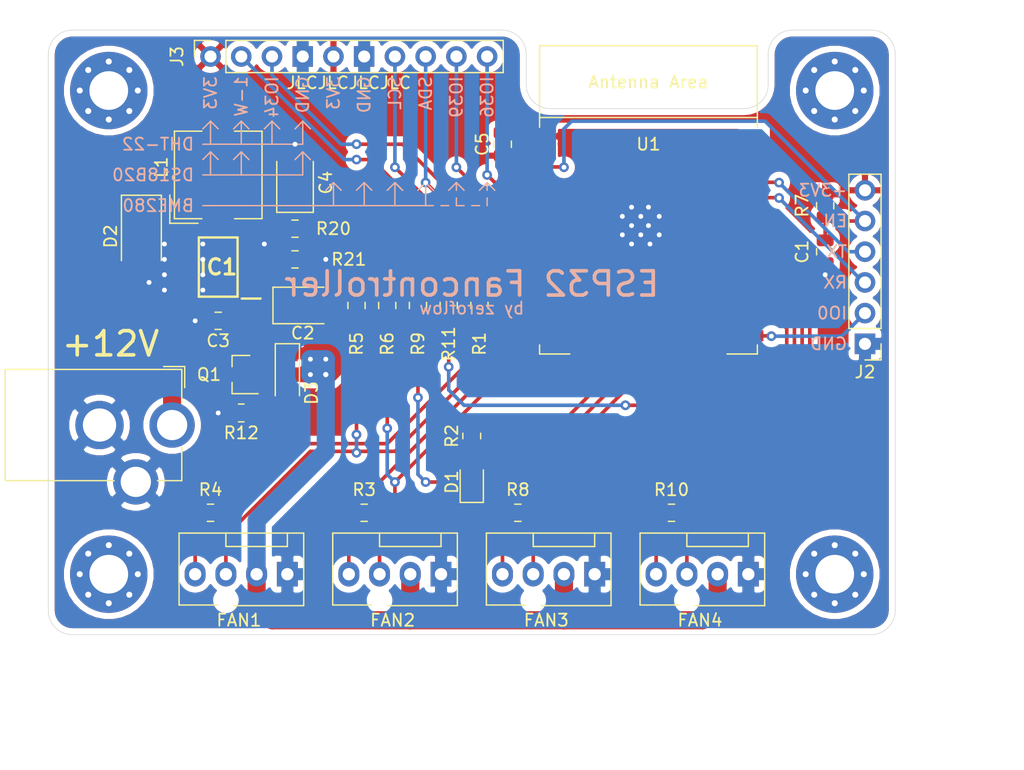
<source format=kicad_pcb>
(kicad_pcb (version 20171130) (host pcbnew "(5.1.9)-1")
  (layers (0 F.Cu signal) (31 B.Cu signal) (34 B.Paste user) (35 F.Paste user) (36 B.SilkS user) (37 F.SilkS user) (38 B.Mask user) (39 F.Mask user) (44 Edge.Cuts user))
  (net 0 "")
  (net 1 +12V)
  (net 2 GND)
  (net 3 +3V3)
  (net 4 "Net-(D1-Pad2)")
  (net 5 "/FAN 1/PWM_Ctrl")
  (net 6 "/ESP32 Core/EN")
  (net 7 "/ESP32 Core/TX")
  (net 8 "/ESP32 Core/RX")
  (net 9 "/ESP32 Core/IO0")
  (net 10 "/DC/DC Buck/FB")
  (net 11 "/DC/DC Buck/OUTPUT")
  (net 12 /SENSE1)
  (net 13 /SENSE2)
  (net 14 /SENSE3)
  (net 15 /SENSE4)
  (net 16 /LINK)
  (net 17 /PWM2)
  (net 18 /PWM1)
  (net 19 /PWM3)
  (net 20 /PWM4)
  (net 21 /OneWire)
  (net 22 /EXT2)
  (net 23 /EXT1)
  (net 24 /SDA)
  (net 25 /SCL)
  (net 26 /EXT3)
  (net 27 "Net-(D3-Pad2)")
  (net 28 /VIN)
  (net 29 /sheet619566BF/PWM_Ctrl)
  (net 30 /sheet61957927/PWM_Ctrl)
  (net 31 /sheet61958B6B/PWM_Ctrl)
  (net 32 "Net-(U1-Pad14)")
  (net 33 "Net-(U1-Pad17)")
  (net 34 "Net-(U1-Pad18)")
  (net 35 "Net-(U1-Pad19)")
  (net 36 "Net-(U1-Pad20)")
  (net 37 "Net-(U1-Pad21)")
  (net 38 "Net-(U1-Pad22)")
  (net 39 "Net-(U1-Pad23)")
  (net 40 "Net-(U1-Pad24)")
  (net 41 "Net-(U1-Pad27)")
  (net 42 "Net-(U1-Pad28)")
  (net 43 "Net-(U1-Pad29)")
  (net 44 "Net-(U1-Pad32)")
  (net 45 "/ESP32 Core/IO23")
  (net 46 "/ESP32 Core/I35")
  (module espressif:ESP32-WROOM-32E (layer F.Cu) (at 133.985 114.715)
    (fp_text reference U1 (at 0 -6.35) (layer F.SilkS))
    (fp_text value ESP32-WROOM-E)
    (fp_text user "Antenna Area" (at 0 -11.5) (layer F.SilkS))
    (pad 39 smd rect (at -2.205 -1.195 180) (size 1.05 1.05) (layers F.Cu F.Paste F.Mask) (net 2 GND))
    (pad 39 smd rect (at -0.68 -1.195 180) (size 1.05 1.05) (layers F.Cu F.Paste F.Mask) (net 2 GND))
    (pad 39 smd rect (at 0.845 -1.195 180) (size 1.05 1.05) (layers F.Cu F.Paste F.Mask) (net 2 GND))
    (pad 39 smd rect (at 0.845 1.855 180) (size 1.05 1.05) (layers F.Cu F.Paste F.Mask) (net 2 GND))
    (pad 39 smd rect (at -0.68 1.855 180) (size 1.05 1.05) (layers F.Cu F.Paste F.Mask) (net 2 GND))
    (pad 39 smd rect (at -2.205 1.855 180) (size 1.05 1.05) (layers F.Cu F.Paste F.Mask) (net 2 GND))
    (pad 39 smd rect (at -2.205 0.33 180) (size 1.05 1.05) (layers F.Cu F.Paste F.Mask) (net 2 GND))
    (pad 39 smd rect (at 0.845 0.33 180) (size 1.05 1.05) (layers F.Cu F.Paste F.Mask) (net 2 GND))
    (pad 39 smd rect (at -0.68 0.33 180) (size 1.05 1.05) (layers F.Cu F.Paste F.Mask) (net 2 GND))
    (pad 38 smd rect (at 8.75 -7.01 180) (size 1.5 0.9) (layers F.Cu F.Paste F.Mask) (net 2 GND))
    (pad 37 smd rect (at 8.75 -5.74 180) (size 1.5 0.9) (layers F.Cu F.Paste F.Mask) (net 45 "/ESP32 Core/IO23"))
    (pad 36 smd rect (at 8.75 -4.47 180) (size 1.5 0.9) (layers F.Cu F.Paste F.Mask) (net 16 /LINK))
    (pad 35 smd rect (at 8.75 -3.2 180) (size 1.5 0.9) (layers F.Cu F.Paste F.Mask) (net 7 "/ESP32 Core/TX"))
    (pad 34 smd rect (at 8.75 -1.93 180) (size 1.5 0.9) (layers F.Cu F.Paste F.Mask) (net 8 "/ESP32 Core/RX"))
    (pad 33 smd rect (at 8.75 -0.66 180) (size 1.5 0.9) (layers F.Cu F.Paste F.Mask) (net 15 /SENSE4))
    (pad 32 smd rect (at 8.75 0.61 180) (size 1.5 0.9) (layers F.Cu F.Paste F.Mask) (net 44 "Net-(U1-Pad32)"))
    (pad 31 smd rect (at 8.75 1.88 180) (size 1.5 0.9) (layers F.Cu F.Paste F.Mask) (net 20 /PWM4))
    (pad 30 smd rect (at 8.75 3.15 180) (size 1.5 0.9) (layers F.Cu F.Paste F.Mask) (net 14 /SENSE3))
    (pad 29 smd rect (at 8.75 4.42 180) (size 1.5 0.9) (layers F.Cu F.Paste F.Mask) (net 43 "Net-(U1-Pad29)"))
    (pad 28 smd rect (at 8.75 5.69 180) (size 1.5 0.9) (layers F.Cu F.Paste F.Mask) (net 42 "Net-(U1-Pad28)"))
    (pad 27 smd rect (at 8.75 6.96 180) (size 1.5 0.9) (layers F.Cu F.Paste F.Mask) (net 41 "Net-(U1-Pad27)"))
    (pad 26 smd rect (at 8.75 8.23 180) (size 1.5 0.9) (layers F.Cu F.Paste F.Mask) (net 19 /PWM3))
    (pad 25 smd rect (at 8.75 9.5 180) (size 1.5 0.9) (layers F.Cu F.Paste F.Mask) (net 9 "/ESP32 Core/IO0"))
    (pad 24 smd rect (at 5.71 10.75 90) (size 1.5 0.9) (layers F.Cu F.Paste F.Mask) (net 40 "Net-(U1-Pad24)"))
    (pad 23 smd rect (at 4.44 10.75 90) (size 1.5 0.9) (layers F.Cu F.Paste F.Mask) (net 39 "Net-(U1-Pad23)"))
    (pad 22 smd rect (at 3.17 10.75 90) (size 1.5 0.9) (layers F.Cu F.Paste F.Mask) (net 38 "Net-(U1-Pad22)"))
    (pad 21 smd rect (at 1.9 10.75 90) (size 1.5 0.9) (layers F.Cu F.Paste F.Mask) (net 37 "Net-(U1-Pad21)"))
    (pad 20 smd rect (at 0.63 10.75 90) (size 1.5 0.9) (layers F.Cu F.Paste F.Mask) (net 36 "Net-(U1-Pad20)"))
    (pad 19 smd rect (at -0.64 10.75 90) (size 1.5 0.9) (layers F.Cu F.Paste F.Mask) (net 35 "Net-(U1-Pad19)"))
    (pad 18 smd rect (at -1.91 10.75 90) (size 1.5 0.9) (layers F.Cu F.Paste F.Mask) (net 34 "Net-(U1-Pad18)"))
    (pad 17 smd rect (at -3.18 10.75 90) (size 1.5 0.9) (layers F.Cu F.Paste F.Mask) (net 33 "Net-(U1-Pad17)"))
    (pad 16 smd rect (at -4.45 10.75 90) (size 1.5 0.9) (layers F.Cu F.Paste F.Mask) (net 13 /SENSE2))
    (pad 15 smd rect (at -5.72 10.75 90) (size 1.5 0.9) (layers F.Cu F.Paste F.Mask) (net 2 GND))
    (pad 1 smd rect (at -8.75 -7.01) (size 1.5 0.9) (layers F.Cu F.Paste F.Mask) (net 2 GND))
    (pad 2 smd rect (at -8.75 -5.74) (size 1.5 0.9) (layers F.Cu F.Paste F.Mask) (net 3 +3V3))
    (pad 3 smd rect (at -8.75 -4.47) (size 1.5 0.9) (layers F.Cu F.Paste F.Mask) (net 6 "/ESP32 Core/EN"))
    (pad 4 smd rect (at -8.75 -3.2) (size 1.5 0.9) (layers F.Cu F.Paste F.Mask) (net 26 /EXT3))
    (pad 5 smd rect (at -8.75 -1.93) (size 1.5 0.9) (layers F.Cu F.Paste F.Mask) (net 22 /EXT2))
    (pad 6 smd rect (at -8.75 -0.66) (size 1.5 0.9) (layers F.Cu F.Paste F.Mask) (net 23 /EXT1))
    (pad 7 smd rect (at -8.75 0.61) (size 1.5 0.9) (layers F.Cu F.Paste F.Mask) (net 46 "/ESP32 Core/I35"))
    (pad 8 smd rect (at -8.75 1.88) (size 1.5 0.9) (layers F.Cu F.Paste F.Mask) (net 24 /SDA))
    (pad 9 smd rect (at -8.75 3.15) (size 1.5 0.9) (layers F.Cu F.Paste F.Mask) (net 25 /SCL))
    (pad 10 smd rect (at -8.75 4.42) (size 1.5 0.9) (layers F.Cu F.Paste F.Mask) (net 21 /OneWire))
    (pad 11 smd rect (at -8.75 5.69) (size 1.5 0.9) (layers F.Cu F.Paste F.Mask) (net 18 /PWM1))
    (pad 12 smd rect (at -8.75 6.96) (size 1.5 0.9) (layers F.Cu F.Paste F.Mask) (net 12 /SENSE1))
    (pad 13 smd rect (at -8.75 8.23) (size 1.5 0.9) (layers F.Cu F.Paste F.Mask) (net 17 /PWM2))
    (pad 14 smd rect (at -8.75 9.5) (size 1.5 0.9) (layers F.Cu F.Paste F.Mask) (net 32 "Net-(U1-Pad14)"))
  )
  (module Inductor_SMD:L_TDK_SLF7045 (layer F.Cu) (at 98.425 110.905 90)
    (fp_text reference L1 (at 0.635 -4.7 90) (layer F.SilkS))
    (fp_text value 33uH)
    (fp_text user "" (at -49 0.05 90) (layer F.SilkS) (effects (font (size 3 3))))
    (pad 2 smd roundrect (at 3.15 0 90) (size 1.5 2.2) (layers F.Cu F.Paste F.Mask) (net 3 +3V3))
    (pad 1 smd roundrect (at -3.15 0 90) (size 1.5 2.2) (layers F.Cu F.Paste F.Mask) (net 11 "/DC/DC Buck/OUTPUT"))
  )
  (module Capacitor_SMD:C_0805_2012Metric (layer F.Cu) (at 121.92 108.365 90)
    (fp_text reference C5 (at 0 -1.68 90) (layer F.SilkS))
    (fp_text value 1uF)
    (pad 2 smd roundrect (at 0.95 0 90) (size 1 1.45) (layers F.Cu F.Paste F.Mask) (net 2 GND))
    (pad 1 smd roundrect (at -0.95 0 90) (size 1 1.45) (layers F.Cu F.Paste F.Mask) (net 3 +3V3))
  )
  (module Capacitor_Tantalum_SMD:CP_EIA-3528-15_AVX-H (layer F.Cu) (at 104.775 111.54 90)
    (fp_text reference C4 (at 0 2.54 90) (layer F.SilkS))
    (fp_text value 330uF/6.3V)
    (pad 2 smd roundrect (at 1.5375 0 90) (size 1.325 2.35) (layers F.Cu F.Paste F.Mask) (roundrect_rratio 0.1886784905660377) (net 2 GND))
    (pad 1 smd roundrect (at -1.5375 0 90) (size 1.325 2.35) (layers F.Cu F.Paste F.Mask) (roundrect_rratio 0.1886784905660377) (net 3 +3V3))
  )
  (module Capacitor_Tantalum_SMD:CP_EIA-3528-15_AVX-H (layer F.Cu) (at 105.41 121.7)
    (fp_text reference C2 (at 0 2.286) (layer F.SilkS))
    (fp_text value 330uF/6.3V)
    (pad 2 smd roundrect (at 1.5375 0) (size 1.325 2.35) (layers F.Cu F.Paste F.Mask) (roundrect_rratio 0.1886784905660377) (net 2 GND))
    (pad 1 smd roundrect (at -1.5375 0) (size 1.325 2.35) (layers F.Cu F.Paste F.Mask) (roundrect_rratio 0.1886784905660377) (net 1 +12V))
  )
  (module Resistor_SMD:R_0805_2012Metric (layer F.Cu) (at 109.855 121.7 270)
    (fp_text reference R5 (at 3.175 0 90) (layer F.SilkS))
    (fp_text value 10k)
    (pad 2 smd roundrect (at 0.9375 0 270) (size 0.975 1.4) (layers F.Cu F.Paste F.Mask) (net 12 /SENSE1))
    (pad 1 smd roundrect (at -0.9375 0 270) (size 0.975 1.4) (layers F.Cu F.Paste F.Mask) (net 3 +3V3))
  )
  (module Resistor_SMD:R_0805_2012Metric (layer F.Cu) (at 100.33 130.59 180)
    (fp_text reference R12 (at 0 -1.65) (layer F.SilkS))
    (fp_text value 100R)
    (pad 2 smd roundrect (at 0.9125 0 180) (size 1.025 1.4) (layers F.Cu F.Paste F.Mask) (roundrect_rratio 0.2439014634146341) (net 2 GND))
    (pad 1 smd roundrect (at -0.9125 0 180) (size 1.025 1.4) (layers F.Cu F.Paste F.Mask) (roundrect_rratio 0.2439014634146341) (net 27 "Net-(D3-Pad2)"))
  )
  (module Package_TO_SOT_SMD:SOT-23 (layer F.Cu) (at 100.33 127.415 180)
    (fp_text reference Q1 (at 2.667 0) (layer F.SilkS))
    (fp_text value AO3401A)
    (pad 3 smd rect (at 1 0 180) (size 0.9 0.8) (layers F.Cu F.Paste F.Mask) (net 28 /VIN))
    (pad 2 smd rect (at -1 0.95 180) (size 0.9 0.8) (layers F.Cu F.Paste F.Mask) (net 1 +12V))
    (pad 1 smd rect (at -1 -0.95 180) (size 0.9 0.8) (layers F.Cu F.Paste F.Mask) (net 27 "Net-(D3-Pad2)"))
  )
  (module Diode_SMD:D_MiniMELF (layer F.Cu) (at 104.14 127.415 270)
    (fp_text reference D3 (at 1.524 -2 90) (layer F.SilkS))
    (fp_text value ZMM5V6)
    (pad 2 smd rect (at 1.75 0 270) (size 1.3 1.7) (layers F.Cu F.Paste F.Mask) (net 27 "Net-(D3-Pad2)"))
    (pad 1 smd rect (at -1.75 0 270) (size 1.3 1.7) (layers F.Cu F.Paste F.Mask) (net 1 +12V))
  )
  (module Connector_PinSocket_2.54mm:PinSocket_1x10_P2.54mm_Vertical (layer F.Cu) (at 97.79 101.11 90)
    (fp_text reference J3 (at 0 -2.77 90) (layer F.SilkS))
    (fp_text value Conn_01x10)
    (pad 10 thru_hole oval (at 0 22.86 90) (size 1.7 1.7) (drill 1) (layers *.Cu *.Mask) (net 26 /EXT3))
    (pad 9 thru_hole oval (at 0 20.32 90) (size 1.7 1.7) (drill 1) (layers *.Cu *.Mask) (net 22 /EXT2))
    (pad 8 thru_hole oval (at 0 17.78 90) (size 1.7 1.7) (drill 1) (layers *.Cu *.Mask) (net 24 /SDA))
    (pad 7 thru_hole oval (at 0 15.24 90) (size 1.7 1.7) (drill 1) (layers *.Cu *.Mask) (net 25 /SCL))
    (pad 6 thru_hole rect (at 0 12.7 90) (size 1.7 1.7) (drill 1) (layers *.Cu *.Mask) (net 2 GND))
    (pad 5 thru_hole oval (at 0 10.16 90) (size 1.7 1.7) (drill 1) (layers *.Cu *.Mask) (net 3 +3V3))
    (pad 4 thru_hole rect (at 0 7.62 90) (size 1.7 1.7) (drill 1) (layers *.Cu *.Mask) (net 2 GND))
    (pad 3 thru_hole oval (at 0 5.08 90) (size 1.7 1.7) (drill 1) (layers *.Cu *.Mask) (net 23 /EXT1))
    (pad 2 thru_hole oval (at 0 2.54 90) (size 1.7 1.7) (drill 1) (layers *.Cu *.Mask) (net 21 /OneWire))
    (pad 1 thru_hole circle (at 0 0 90) (size 1.7 1.7) (drill 1) (layers *.Cu *.Mask) (net 3 +3V3))
  )
  (module LED_SMD:LED_0805_2012Metric (layer F.Cu) (at 119.38 136.305 90)
    (fp_text reference D1 (at 0 -1.65 90) (layer F.SilkS))
    (fp_text value LED)
    (pad 2 smd roundrect (at 0.9375 0 90) (size 0.975 1.4) (layers F.Cu F.Paste F.Mask) (net 4 "Net-(D1-Pad2)"))
    (pad 1 smd roundrect (at -0.9375 0 90) (size 0.975 1.4) (layers F.Cu F.Paste F.Mask) (net 2 GND))
  )
  (module CSE:SOIC127P600X175-8N (layer F.Cu) (at 98.425 118.525 180)
    (fp_text reference IC1 (at 0 0) (layer F.SilkS) (effects (font (size 1.27 1.27) (thickness 0.254))))
    (fp_text value XL1509-ADJE1 hide)
    (pad 8 smd rect (at 2.725 -1.905 270) (size 0.7 1.55) (layers F.Cu F.Paste F.Mask) (net 2 GND))
    (pad 7 smd rect (at 2.725 -0.635 270) (size 0.7 1.55) (layers F.Cu F.Paste F.Mask) (net 2 GND))
    (pad 6 smd rect (at 2.725 0.635 270) (size 0.7 1.55) (layers F.Cu F.Paste F.Mask) (net 2 GND))
    (pad 5 smd rect (at 2.725 1.905 270) (size 0.7 1.55) (layers F.Cu F.Paste F.Mask) (net 2 GND))
    (pad 4 smd rect (at -2.725 1.905 270) (size 0.7 1.55) (layers F.Cu F.Paste F.Mask) (net 2 GND))
    (pad 3 smd rect (at -2.725 0.635 270) (size 0.7 1.55) (layers F.Cu F.Paste F.Mask) (net 10 "/DC/DC Buck/FB"))
    (pad 2 smd rect (at -2.725 -0.635 270) (size 0.7 1.55) (layers F.Cu F.Paste F.Mask) (net 11 "/DC/DC Buck/OUTPUT"))
    (pad 1 smd rect (at -2.725 -1.905 270) (size 0.7 1.55) (layers F.Cu F.Paste F.Mask) (net 1 +12V))
  )
  (module Resistor_SMD:R_0805_2012Metric (layer F.Cu) (at 104.775 117.89)
    (fp_text reference R21 (at 4.445 0) (layer F.SilkS))
    (fp_text value 1k6)
    (pad 2 smd roundrect (at 0.9375 0) (size 0.975 1.4) (layers F.Cu F.Paste F.Mask) (net 2 GND))
    (pad 1 smd roundrect (at -0.9375 0) (size 0.975 1.4) (layers F.Cu F.Paste F.Mask) (net 10 "/DC/DC Buck/FB"))
  )
  (module Resistor_SMD:R_0805_2012Metric (layer F.Cu) (at 104.775 115.35)
    (fp_text reference R20 (at 3.175 0) (layer F.SilkS))
    (fp_text value 2k7)
    (pad 2 smd roundrect (at 0.9375 0) (size 0.975 1.4) (layers F.Cu F.Paste F.Mask) (net 10 "/DC/DC Buck/FB"))
    (pad 1 smd roundrect (at -0.9375 0) (size 0.975 1.4) (layers F.Cu F.Paste F.Mask) (net 3 +3V3))
  )
  (module Diode_SMD:D_SMA (layer F.Cu) (at 92.075 115.985 270)
    (fp_text reference D2 (at 0 2.54 90) (layer F.SilkS))
    (fp_text value 1N5820/SS34)
    (pad 2 smd rect (at 2 0 270) (size 2.5 1.8) (layers F.Cu F.Paste F.Mask) (net 2 GND))
    (pad 1 smd rect (at -2 0 270) (size 2.5 1.8) (layers F.Cu F.Paste F.Mask) (net 11 "/DC/DC Buck/OUTPUT"))
  )
  (module Capacitor_SMD:C_0805_2012Metric (layer F.Cu) (at 98.425 122.97 180)
    (fp_text reference C3 (at 0 -1.65) (layer F.SilkS))
    (fp_text value 1uF)
    (pad 2 smd roundrect (at 0.9375 0 180) (size 0.975 1.4) (layers F.Cu F.Paste F.Mask) (net 2 GND))
    (pad 1 smd roundrect (at -0.9375 0 180) (size 0.975 1.4) (layers F.Cu F.Paste F.Mask) (net 1 +12V))
  )
  (module Resistor_SMD:R_0805_2012Metric (layer F.Cu) (at 117.475 121.7 270)
    (fp_text reference R11 (at 3.175 0 90) (layer F.SilkS))
    (fp_text value 10k)
    (pad 2 smd roundrect (at 0.9375 0 270) (size 0.975 1.4) (layers F.Cu F.Paste F.Mask) (net 15 /SENSE4))
    (pad 1 smd roundrect (at -0.9375 0 270) (size 0.975 1.4) (layers F.Cu F.Paste F.Mask) (net 3 +3V3))
  )
  (module Resistor_SMD:R_0805_2012Metric (layer F.Cu) (at 135.89 138.845 180)
    (fp_text reference R10 (at 0 1.905) (layer F.SilkS))
    (fp_text value 100R)
    (pad 2 smd roundrect (at 0.9375 0 180) (size 0.975 1.4) (layers F.Cu F.Paste F.Mask) (net 31 /sheet61958B6B/PWM_Ctrl))
    (pad 1 smd roundrect (at -0.9375 0 180) (size 0.975 1.4) (layers F.Cu F.Paste F.Mask) (net 20 /PWM4))
  )
  (module Resistor_SMD:R_0805_2012Metric (layer F.Cu) (at 114.935 121.7 270)
    (fp_text reference R9 (at 3.175 0 90) (layer F.SilkS))
    (fp_text value 10k)
    (pad 2 smd roundrect (at 0.9375 0 270) (size 0.975 1.4) (layers F.Cu F.Paste F.Mask) (net 14 /SENSE3))
    (pad 1 smd roundrect (at -0.9375 0 270) (size 0.975 1.4) (layers F.Cu F.Paste F.Mask) (net 3 +3V3))
  )
  (module Resistor_SMD:R_0805_2012Metric (layer F.Cu) (at 123.19 138.845 180)
    (fp_text reference R8 (at 0 1.905) (layer F.SilkS))
    (fp_text value 100R)
    (pad 2 smd roundrect (at 0.9375 0 180) (size 0.975 1.4) (layers F.Cu F.Paste F.Mask) (net 30 /sheet61957927/PWM_Ctrl))
    (pad 1 smd roundrect (at -0.9375 0 180) (size 0.975 1.4) (layers F.Cu F.Paste F.Mask) (net 19 /PWM3))
  )
  (module Connector:FanPinHeader_1x04_P2.54mm_Vertical (layer F.Cu) (at 142.24 143.925 180)
    (fp_text reference FAN4 (at 4 -3.81) (layer F.SilkS))
    (fp_text value Conn_01x04)
    (pad "" np_thru_hole circle (at 5.08 -2.16 270) (size 1.1 1.1) (drill 1.1) (layers *.Cu *.Mask))
    (pad 4 thru_hole oval (at 7.62 0 270) (size 2.03 1.73) (drill 1.02) (layers *.Cu *.Mask) (net 31 /sheet61958B6B/PWM_Ctrl))
    (pad 3 thru_hole oval (at 5.08 0 270) (size 2.03 1.73) (drill 1.02) (layers *.Cu *.Mask) (net 15 /SENSE4))
    (pad 2 thru_hole oval (at 2.54 0 270) (size 2.03 1.73) (drill 1.02) (layers *.Cu *.Mask) (net 1 +12V))
    (pad 1 thru_hole rect (at 0 0 270) (size 2.03 1.73) (drill 1.02) (layers *.Cu *.Mask) (net 2 GND))
  )
  (module Connector:FanPinHeader_1x04_P2.54mm_Vertical (layer F.Cu) (at 129.54 143.925 180)
    (fp_text reference FAN3 (at 4 -3.81) (layer F.SilkS))
    (fp_text value Conn_01x04)
    (pad "" np_thru_hole circle (at 5.08 -2.16 270) (size 1.1 1.1) (drill 1.1) (layers *.Cu *.Mask))
    (pad 4 thru_hole oval (at 7.62 0 270) (size 2.03 1.73) (drill 1.02) (layers *.Cu *.Mask) (net 30 /sheet61957927/PWM_Ctrl))
    (pad 3 thru_hole oval (at 5.08 0 270) (size 2.03 1.73) (drill 1.02) (layers *.Cu *.Mask) (net 14 /SENSE3))
    (pad 2 thru_hole oval (at 2.54 0 270) (size 2.03 1.73) (drill 1.02) (layers *.Cu *.Mask) (net 1 +12V))
    (pad 1 thru_hole rect (at 0 0 270) (size 2.03 1.73) (drill 1.02) (layers *.Cu *.Mask) (net 2 GND))
  )
  (module Connector:FanPinHeader_1x04_P2.54mm_Vertical (layer F.Cu) (at 116.84 143.925 180)
    (fp_text reference FAN2 (at 4 -3.81) (layer F.SilkS))
    (fp_text value Conn_01x04)
    (pad "" np_thru_hole circle (at 5.08 -2.16 270) (size 1.1 1.1) (drill 1.1) (layers *.Cu *.Mask))
    (pad 4 thru_hole oval (at 7.62 0 270) (size 2.03 1.73) (drill 1.02) (layers *.Cu *.Mask) (net 29 /sheet619566BF/PWM_Ctrl))
    (pad 3 thru_hole oval (at 5.08 0 270) (size 2.03 1.73) (drill 1.02) (layers *.Cu *.Mask) (net 13 /SENSE2))
    (pad 2 thru_hole oval (at 2.54 0 270) (size 2.03 1.73) (drill 1.02) (layers *.Cu *.Mask) (net 1 +12V))
    (pad 1 thru_hole rect (at 0 0 270) (size 2.03 1.73) (drill 1.02) (layers *.Cu *.Mask) (net 2 GND))
  )
  (module Resistor_SMD:R_0805_2012Metric (layer F.Cu) (at 148.59 113.445 270)
    (fp_text reference R7 (at 0 1.905 90) (layer F.SilkS))
    (fp_text value 10k)
    (pad 2 smd roundrect (at 0.9375 0 270) (size 0.975 1.4) (layers F.Cu F.Paste F.Mask) (net 6 "/ESP32 Core/EN"))
    (pad 1 smd roundrect (at -0.9375 0 270) (size 0.975 1.4) (layers F.Cu F.Paste F.Mask) (net 3 +3V3))
  )
  (module Resistor_SMD:R_0805_2012Metric (layer F.Cu) (at 112.395 121.7 270)
    (fp_text reference R6 (at 3.175 0 90) (layer F.SilkS))
    (fp_text value 10k)
    (pad 2 smd roundrect (at 0.9375 0 270) (size 0.975 1.4) (layers F.Cu F.Paste F.Mask) (net 13 /SENSE2))
    (pad 1 smd roundrect (at -0.9375 0 270) (size 0.975 1.4) (layers F.Cu F.Paste F.Mask) (net 3 +3V3))
  )
  (module Resistor_SMD:R_0805_2012Metric (layer F.Cu) (at 97.79 138.845 180)
    (fp_text reference R4 (at 0 1.905) (layer F.SilkS))
    (fp_text value 100R)
    (pad 2 smd roundrect (at 0.9375 0 180) (size 0.975 1.4) (layers F.Cu F.Paste F.Mask) (net 5 "/FAN 1/PWM_Ctrl"))
    (pad 1 smd roundrect (at -0.9375 0 180) (size 0.975 1.4) (layers F.Cu F.Paste F.Mask) (net 18 /PWM1))
  )
  (module Resistor_SMD:R_0805_2012Metric (layer F.Cu) (at 110.49 138.845 180)
    (fp_text reference R3 (at 0 1.905) (layer F.SilkS))
    (fp_text value 100R)
    (pad 2 smd roundrect (at 0.9375 0 180) (size 0.975 1.4) (layers F.Cu F.Paste F.Mask) (net 29 /sheet619566BF/PWM_Ctrl))
    (pad 1 smd roundrect (at -0.9375 0 180) (size 0.975 1.4) (layers F.Cu F.Paste F.Mask) (net 17 /PWM2))
  )
  (module Resistor_SMD:R_0805_2012Metric (layer F.Cu) (at 120.015 121.7 270)
    (fp_text reference R1 (at 3.175 0 90) (layer F.SilkS))
    (fp_text value 4k7)
    (pad 2 smd roundrect (at 0.9375 0 270) (size 0.975 1.4) (layers F.Cu F.Paste F.Mask) (net 21 /OneWire))
    (pad 1 smd roundrect (at -0.9375 0 270) (size 0.975 1.4) (layers F.Cu F.Paste F.Mask) (net 3 +3V3))
  )
  (module Connector_PinHeader_2.54mm:PinHeader_1x06_P2.54mm_Vertical (layer F.Cu) (at 151.88 124.875 180)
    (fp_text reference J2 (at 0 -2.33) (layer F.SilkS))
    (fp_text value Conn_01x06)
    (pad 6 thru_hole oval (at 0 12.7 180) (size 1.7 1.7) (drill 1) (layers *.Cu *.Mask) (net 3 +3V3))
    (pad 5 thru_hole oval (at 0 10.16 180) (size 1.7 1.7) (drill 1) (layers *.Cu *.Mask) (net 6 "/ESP32 Core/EN"))
    (pad 4 thru_hole oval (at 0 7.62 180) (size 1.7 1.7) (drill 1) (layers *.Cu *.Mask) (net 7 "/ESP32 Core/TX"))
    (pad 3 thru_hole oval (at 0 5.08 180) (size 1.7 1.7) (drill 1) (layers *.Cu *.Mask) (net 8 "/ESP32 Core/RX"))
    (pad 2 thru_hole oval (at 0 2.54 180) (size 1.7 1.7) (drill 1) (layers *.Cu *.Mask) (net 9 "/ESP32 Core/IO0"))
    (pad 1 thru_hole rect (at 0 0 180) (size 1.7 1.7) (drill 1) (layers *.Cu *.Mask) (net 2 GND))
  )
  (module Connector:FanPinHeader_1x04_P2.54mm_Vertical (layer F.Cu) (at 104.14 143.925 180)
    (fp_text reference FAN1 (at 4 -3.81) (layer F.SilkS))
    (fp_text value Conn_01x04)
    (pad "" np_thru_hole circle (at 5.08 -2.16 270) (size 1.1 1.1) (drill 1.1) (layers *.Cu *.Mask))
    (pad 4 thru_hole oval (at 7.62 0 270) (size 2.03 1.73) (drill 1.02) (layers *.Cu *.Mask) (net 5 "/FAN 1/PWM_Ctrl"))
    (pad 3 thru_hole oval (at 5.08 0 270) (size 2.03 1.73) (drill 1.02) (layers *.Cu *.Mask) (net 12 /SENSE1))
    (pad 2 thru_hole oval (at 2.54 0 270) (size 2.03 1.73) (drill 1.02) (layers *.Cu *.Mask) (net 1 +12V))
    (pad 1 thru_hole rect (at 0 0 270) (size 2.03 1.73) (drill 1.02) (layers *.Cu *.Mask) (net 2 GND))
  )
  (module Capacitor_SMD:C_0805_2012Metric (layer F.Cu) (at 148.59 117.255 270)
    (fp_text reference C1 (at 0 1.905 90) (layer F.SilkS))
    (fp_text value 1uF/10V)
    (pad 2 smd roundrect (at 0.9375 0 270) (size 0.975 1.4) (layers F.Cu F.Paste F.Mask) (net 2 GND))
    (pad 1 smd roundrect (at -0.9375 0 270) (size 0.975 1.4) (layers F.Cu F.Paste F.Mask) (net 6 "/ESP32 Core/EN"))
  )
  (module MountingHole:MountingHole_3.2mm_M3_Pad_Via (layer F.Cu) (at 89.38 143.925)
    (fp_text reference H4 hide)
    (fp_text value MountingHole)
    (pad 1 thru_hole circle (at 1.697056 -1.697056) (size 0.8 0.8) (drill 0.5) (layers *.Cu *.Mask))
    (pad 1 thru_hole circle (at 0 -2.4) (size 0.8 0.8) (drill 0.5) (layers *.Cu *.Mask))
    (pad 1 thru_hole circle (at -1.697056 -1.697056) (size 0.8 0.8) (drill 0.5) (layers *.Cu *.Mask))
    (pad 1 thru_hole circle (at -2.4 0) (size 0.8 0.8) (drill 0.5) (layers *.Cu *.Mask))
    (pad 1 thru_hole circle (at -1.697056 1.697056) (size 0.8 0.8) (drill 0.5) (layers *.Cu *.Mask))
    (pad 1 thru_hole circle (at 0 2.4) (size 0.8 0.8) (drill 0.5) (layers *.Cu *.Mask))
    (pad 1 thru_hole circle (at 1.697056 1.697056) (size 0.8 0.8) (drill 0.5) (layers *.Cu *.Mask))
    (pad 1 thru_hole circle (at 2.4 0) (size 0.8 0.8) (drill 0.5) (layers *.Cu *.Mask))
    (pad 1 thru_hole circle (at 0 0) (size 6.4 6.4) (drill 3.2) (layers *.Cu *.Mask))
  )
  (module MountingHole:MountingHole_3.2mm_M3_Pad_Via (layer F.Cu) (at 149.38 143.925)
    (fp_text reference H3 hide)
    (fp_text value MountingHole)
    (pad 1 thru_hole circle (at 1.697056 -1.697056) (size 0.8 0.8) (drill 0.5) (layers *.Cu *.Mask))
    (pad 1 thru_hole circle (at 0 -2.4) (size 0.8 0.8) (drill 0.5) (layers *.Cu *.Mask))
    (pad 1 thru_hole circle (at -1.697056 -1.697056) (size 0.8 0.8) (drill 0.5) (layers *.Cu *.Mask))
    (pad 1 thru_hole circle (at -2.4 0) (size 0.8 0.8) (drill 0.5) (layers *.Cu *.Mask))
    (pad 1 thru_hole circle (at -1.697056 1.697056) (size 0.8 0.8) (drill 0.5) (layers *.Cu *.Mask))
    (pad 1 thru_hole circle (at 0 2.4) (size 0.8 0.8) (drill 0.5) (layers *.Cu *.Mask))
    (pad 1 thru_hole circle (at 1.697056 1.697056) (size 0.8 0.8) (drill 0.5) (layers *.Cu *.Mask))
    (pad 1 thru_hole circle (at 2.4 0) (size 0.8 0.8) (drill 0.5) (layers *.Cu *.Mask))
    (pad 1 thru_hole circle (at 0 0) (size 6.4 6.4) (drill 3.2) (layers *.Cu *.Mask))
  )
  (module MountingHole:MountingHole_3.2mm_M3_Pad_Via (layer F.Cu) (at 149.38 103.925)
    (fp_text reference H2 hide)
    (fp_text value MountingHole)
    (pad 1 thru_hole circle (at 1.697056 -1.697056) (size 0.8 0.8) (drill 0.5) (layers *.Cu *.Mask))
    (pad 1 thru_hole circle (at 0 -2.4) (size 0.8 0.8) (drill 0.5) (layers *.Cu *.Mask))
    (pad 1 thru_hole circle (at -1.697056 -1.697056) (size 0.8 0.8) (drill 0.5) (layers *.Cu *.Mask))
    (pad 1 thru_hole circle (at -2.4 0) (size 0.8 0.8) (drill 0.5) (layers *.Cu *.Mask))
    (pad 1 thru_hole circle (at -1.697056 1.697056) (size 0.8 0.8) (drill 0.5) (layers *.Cu *.Mask))
    (pad 1 thru_hole circle (at 0 2.4) (size 0.8 0.8) (drill 0.5) (layers *.Cu *.Mask))
    (pad 1 thru_hole circle (at 1.697056 1.697056) (size 0.8 0.8) (drill 0.5) (layers *.Cu *.Mask))
    (pad 1 thru_hole circle (at 2.4 0) (size 0.8 0.8) (drill 0.5) (layers *.Cu *.Mask))
    (pad 1 thru_hole circle (at 0 0) (size 6.4 6.4) (drill 3.2) (layers *.Cu *.Mask))
  )
  (module MountingHole:MountingHole_3.2mm_M3_Pad_Via (layer F.Cu) (at 89.38 103.925)
    (fp_text reference H1 hide)
    (fp_text value MountingHole)
    (pad 1 thru_hole circle (at 1.697056 -1.697056) (size 0.8 0.8) (drill 0.5) (layers *.Cu *.Mask))
    (pad 1 thru_hole circle (at 0 -2.4) (size 0.8 0.8) (drill 0.5) (layers *.Cu *.Mask))
    (pad 1 thru_hole circle (at -1.697056 -1.697056) (size 0.8 0.8) (drill 0.5) (layers *.Cu *.Mask))
    (pad 1 thru_hole circle (at -2.4 0) (size 0.8 0.8) (drill 0.5) (layers *.Cu *.Mask))
    (pad 1 thru_hole circle (at -1.697056 1.697056) (size 0.8 0.8) (drill 0.5) (layers *.Cu *.Mask))
    (pad 1 thru_hole circle (at 0 2.4) (size 0.8 0.8) (drill 0.5) (layers *.Cu *.Mask))
    (pad 1 thru_hole circle (at 1.697056 1.697056) (size 0.8 0.8) (drill 0.5) (layers *.Cu *.Mask))
    (pad 1 thru_hole circle (at 2.4 0) (size 0.8 0.8) (drill 0.5) (layers *.Cu *.Mask))
    (pad 1 thru_hole circle (at 0 0) (size 6.4 6.4) (drill 3.2) (layers *.Cu *.Mask))
  )
  (module Connector_BarrelJack:BarrelJack_CUI_PJ-102AH_Horizontal (layer F.Cu) (at 94.615 131.59 270)
    (fp_text reference J1 hide)
    (fp_text value Conn_01x02_Female)
    (pad 2 thru_hole circle (at 4.7 3 270) (size 3.75 3.75) (drill 2.5) (layers *.Cu *.Mask) (net 2 GND))
    (pad 2 thru_hole circle (at 0 6 270) (size 4 4) (drill 2.75) (layers *.Cu *.Mask) (net 2 GND))
    (pad 1 thru_hole circle (at 0 0 270) (size 3.75 3.75) (drill 2.5) (layers *.Cu *.Mask) (net 28 /VIN))
  )
  (module Resistor_SMD:R_0805_2012Metric (layer F.Cu) (at 119.38 132.495 270)
    (fp_text reference R2 (at 0 1.651 90) (layer F.SilkS))
    (fp_text value 1k)
    (pad 2 smd roundrect (at 0.9125 0 270) (size 1.025 1.4) (layers F.Cu F.Paste F.Mask) (roundrect_rratio 0.2439004878048781) (net 4 "Net-(D1-Pad2)"))
    (pad 1 smd roundrect (at -0.9125 0 270) (size 1.025 1.4) (layers F.Cu F.Paste F.Mask) (roundrect_rratio 0.2439004878048781) (net 16 /LINK))
  )
  (gr_text "by zeroflow" (at 119.38 121.925) (layer B.SilkS) (effects (font (size 1 1)) (justify mirror)))
  (gr_text "ESP32 Fancontroller" (at 119.38 119.925) (layer B.SilkS) (effects (font (size 2 2) (thickness 0.3)) (justify mirror)))
  (gr_text JLCJLCJLCJLC (at 109.22 103.285) (layer F.SilkS) (effects (font (size 1 1))))
  (gr_text +12V (at 89.535 124.875) (layer F.SilkS) (effects (font (size 2 2) (thickness 0.3))))
  (gr_text GND (at 150.495 124.875) (layer B.SilkS) (effects (font (size 1 1)) (justify left mirror)))
  (gr_text IO0 (at 150.495 122.335) (layer B.SilkS) (effects (font (size 1 1)) (justify left mirror)))
  (gr_text RX (at 150.495 119.795) (layer B.SilkS) (effects (font (size 1 1)) (justify left mirror)))
  (gr_text TX (at 150.495 117.255) (layer B.SilkS) (effects (font (size 1 1)) (justify left mirror)))
  (gr_text EN (at 150.495 114.715) (layer B.SilkS) (effects (font (size 1 1)) (justify left mirror)))
  (gr_text +3V3 (at 150.495 112.175) (layer B.SilkS) (effects (font (size 1 1)) (justify left mirror)))
  (gr_line (start 118.11 112.81) (end 118.11 113.445) (layer B.SilkS) (width 0.12))
  (gr_line (start 118.11 111.54) (end 118.745 112.175) (layer B.SilkS) (width 0.12))
  (gr_line (start 118.11 111.54) (end 117.475 112.175) (layer B.SilkS) (width 0.12))
  (gr_line (start 118.11 112.175) (end 118.11 111.54) (layer B.SilkS) (width 0.12))
  (gr_line (start 119.38 113.445) (end 120.015 113.445) (layer B.SilkS) (width 0.12))
  (gr_line (start 118.11 113.445) (end 118.745 113.445) (layer B.SilkS) (width 0.12))
  (gr_line (start 120.65 111.54) (end 120.015 112.175) (layer B.SilkS) (width 0.12))
  (gr_line (start 121.285 112.175) (end 120.65 111.54) (layer B.SilkS) (width 0.12))
  (gr_line (start 120.65 112.175) (end 120.65 111.54) (layer B.SilkS) (width 0.12))
  (gr_line (start 120.65 113.445) (end 120.65 112.81) (layer B.SilkS) (width 0.12))
  (gr_line (start 116.84 113.445) (end 117.475 113.445) (layer B.SilkS) (width 0.12))
  (gr_line (start 115.57 113.445) (end 116.205 113.445) (layer B.SilkS) (width 0.12))
  (gr_line (start 115.57 111.54) (end 116.205 112.175) (layer B.SilkS) (width 0.12))
  (gr_line (start 115.57 111.54) (end 114.935 112.175) (layer B.SilkS) (width 0.12))
  (gr_line (start 115.57 113.445) (end 115.57 111.54) (layer B.SilkS) (width 0.12))
  (gr_line (start 113.03 113.445) (end 115.57 113.445) (layer B.SilkS) (width 0.12))
  (gr_line (start 112.395 112.175) (end 113.03 111.54) (layer B.SilkS) (width 0.12))
  (gr_line (start 113.665 112.175) (end 113.03 111.54) (layer B.SilkS) (width 0.12))
  (gr_line (start 113.03 111.54) (end 113.665 112.175) (layer B.SilkS) (width 0.12))
  (gr_line (start 113.03 113.445) (end 113.03 111.54) (layer B.SilkS) (width 0.12))
  (gr_line (start 110.49 113.445) (end 113.03 113.445) (layer B.SilkS) (width 0.12))
  (gr_line (start 110.49 111.54) (end 111.125 112.175) (layer B.SilkS) (width 0.12))
  (gr_line (start 110.49 111.54) (end 109.855 112.175) (layer B.SilkS) (width 0.12))
  (gr_line (start 110.49 113.445) (end 110.49 111.54) (layer B.SilkS) (width 0.12))
  (gr_line (start 107.95 113.445) (end 110.49 113.445) (layer B.SilkS) (width 0.12))
  (gr_line (start 107.95 111.54) (end 108.585 112.175) (layer B.SilkS) (width 0.12))
  (gr_line (start 107.95 111.54) (end 107.315 112.175) (layer B.SilkS) (width 0.12))
  (gr_line (start 107.95 113.445) (end 107.95 111.54) (layer B.SilkS) (width 0.12))
  (gr_line (start 100.33 113.445) (end 107.95 113.445) (layer B.SilkS) (width 0.12))
  (gr_line (start 97.79 113.445) (end 100.33 113.445) (layer B.SilkS) (width 0.12))
  (gr_line (start 97.79 113.445) (end 97.155 113.445) (layer B.SilkS) (width 0.12))
  (gr_text BME280 (at 96.52 113.445) (layer B.SilkS) (effects (font (size 1 1)) (justify left mirror)))
  (gr_line (start 97.79 110.905) (end 97.155 110.905) (layer B.SilkS) (width 0.12))
  (gr_line (start 97.79 108.365) (end 97.155 108.365) (layer B.SilkS) (width 0.12))
  (gr_line (start 97.155 109.635) (end 97.79 109) (layer B.SilkS) (width 0.12))
  (gr_line (start 98.425 109.635) (end 97.79 109) (layer B.SilkS) (width 0.12))
  (gr_line (start 99.695 109.635) (end 100.33 109) (layer B.SilkS) (width 0.12))
  (gr_line (start 100.965 109.635) (end 100.33 109) (layer B.SilkS) (width 0.12))
  (gr_line (start 104.775 109.635) (end 105.41 109) (layer B.SilkS) (width 0.12))
  (gr_line (start 106.045 109.635) (end 105.41 109) (layer B.SilkS) (width 0.12))
  (gr_line (start 97.155 107.095) (end 97.79 106.46) (layer B.SilkS) (width 0.12))
  (gr_line (start 98.425 107.095) (end 97.79 106.46) (layer B.SilkS) (width 0.12))
  (gr_line (start 99.695 107.095) (end 100.33 106.46) (layer B.SilkS) (width 0.12))
  (gr_line (start 100.965 107.095) (end 100.33 106.46) (layer B.SilkS) (width 0.12))
  (gr_line (start 102.235 107.095) (end 102.87 106.46) (layer B.SilkS) (width 0.12))
  (gr_line (start 103.505 107.095) (end 102.87 106.46) (layer B.SilkS) (width 0.12))
  (gr_line (start 104.775 107.095) (end 105.41 106.46) (layer B.SilkS) (width 0.12))
  (gr_line (start 106.045 107.095) (end 105.41 106.46) (layer B.SilkS) (width 0.12))
  (gr_text DS18B20 (at 96.52 110.905) (layer B.SilkS) (effects (font (size 1 1)) (justify left mirror)))
  (gr_line (start 105.41 110.905) (end 105.41 109) (layer B.SilkS) (width 0.12))
  (gr_line (start 100.33 110.905) (end 105.41 110.905) (layer B.SilkS) (width 0.12))
  (gr_line (start 100.33 110.905) (end 100.33 109) (layer B.SilkS) (width 0.12))
  (gr_line (start 97.79 110.905) (end 100.33 110.905) (layer B.SilkS) (width 0.12))
  (gr_line (start 97.79 109) (end 97.79 110.905) (layer B.SilkS) (width 0.12))
  (gr_text DHT-22 (at 96.52 108.365) (layer B.SilkS) (effects (font (size 1 1)) (justify left mirror)))
  (gr_line (start 97.79 108.365) (end 97.79 106.46) (layer B.SilkS) (width 0.12))
  (gr_line (start 100.33 108.365) (end 97.79 108.365) (layer B.SilkS) (width 0.12))
  (gr_line (start 100.33 108.365) (end 100.33 106.46) (layer B.SilkS) (width 0.12))
  (gr_line (start 102.87 108.365) (end 100.33 108.365) (layer B.SilkS) (width 0.12))
  (gr_line (start 102.87 108.365) (end 102.87 106.46) (layer B.SilkS) (width 0.12))
  (gr_line (start 105.41 108.365) (end 102.87 108.365) (layer B.SilkS) (width 0.12))
  (gr_line (start 105.41 106.46) (end 105.41 108.365) (layer B.SilkS) (width 0.12))
  (gr_text IO36 (at 120.65 102.65 90) (layer B.SilkS) (effects (font (size 1 1)) (justify left mirror)))
  (gr_text IO39 (at 118.11 102.65 90) (layer B.SilkS) (effects (font (size 1 1)) (justify left mirror)))
  (gr_text IO34 (at 102.87 102.65 90) (layer B.SilkS) (effects (font (size 1 1)) (justify left mirror)))
  (gr_text SDA (at 115.57 102.65 90) (layer B.SilkS) (effects (font (size 1 1)) (justify left mirror)))
  (gr_text SCL (at 113.03 102.65 90) (layer B.SilkS) (effects (font (size 1 1)) (justify left mirror)))
  (gr_text GND (at 110.49 102.65 90) (layer B.SilkS) (effects (font (size 1 1)) (justify left mirror)))
  (gr_text 3V3 (at 107.95 102.65 90) (layer B.SilkS) (effects (font (size 1 1)) (justify left mirror)))
  (gr_text GND (at 105.41 102.65 90) (layer B.SilkS) (effects (font (size 1 1)) (justify left mirror)))
  (gr_text 1-W (at 100.33 102.65 90) (layer B.SilkS) (effects (font (size 1 1)) (justify left mirror)))
  (gr_text 3V3 (at 97.79 102.65 90) (layer B.SilkS) (effects (font (size 1 1)) (justify left mirror)))
  (gr_line (start 121.88 98.925) (end 86.38 98.925) (layer Edge.Cuts) (width 0.05))
  (gr_line (start 123.88 103.425) (end 123.88 100.925) (layer Edge.Cuts) (width 0.05))
  (gr_line (start 141.88 105.425) (end 125.88 105.425) (layer Edge.Cuts) (width 0.05))
  (gr_line (start 143.88 100.925) (end 143.88 103.425) (layer Edge.Cuts) (width 0.05))
  (gr_line (start 145.88 98.925) (end 152.38 98.925) (layer Edge.Cuts) (width 0.05))
  (gr_arc (start 141.88 103.425) (end 141.88 105.425) (angle -90) (layer Edge.Cuts) (width 0.05))
  (gr_arc (start 125.88 103.425) (end 123.88 103.425) (angle -90) (layer Edge.Cuts) (width 0.05))
  (gr_arc (start 145.88 100.925) (end 145.88 98.925) (angle -90) (layer Edge.Cuts) (width 0.05))
  (gr_arc (start 121.88 100.925) (end 123.88 100.925) (angle -90) (layer Edge.Cuts) (width 0.05))
  (gr_arc (start 86.38 100.925) (end 86.38 98.925) (angle -90) (layer Edge.Cuts) (width 0.05))
  (gr_arc (start 86.38 146.925) (end 84.38 146.925) (angle -90) (layer Edge.Cuts) (width 0.05))
  (gr_arc (start 152.38 146.925) (end 152.38 148.925) (angle -90) (layer Edge.Cuts) (width 0.05))
  (gr_arc (start 152.38 100.925) (end 154.38 100.925) (angle -90) (layer Edge.Cuts) (width 0.05))
  (gr_line (start 84.38 100.925) (end 84.38 146.925) (layer Edge.Cuts) (width 0.05))
  (gr_line (start 154.38 146.925) (end 154.38 100.925) (layer Edge.Cuts) (width 0.05))
  (gr_line (start 86.38 148.925) (end 152.38 148.925) (layer Edge.Cuts) (width 0.05))
  (segment (start 114.3 143.79) (end 114.3 143.155) (width 0.25) (layer F.Cu) (net 1))
  (segment (start 101.6 143.925) (end 101.6 139.48) (width 1.5) (layer B.Cu) (net 1))
  (segment (start 101.6 139.48) (end 107.315 133.765) (width 1.5) (layer B.Cu) (net 1))
  (segment (start 107.315 133.765) (end 107.315 127.415) (width 1.5) (layer B.Cu) (net 1))
  (via (at 107.315 127.415) (size 0.8) (drill 0.4) (layers F.Cu B.Cu) (net 1))
  (segment (start 107.315 127.415) (end 107.315 127.415) (width 1.5) (layer B.Cu) (net 1))
  (segment (start 107.315 127.415) (end 107.315 127.415) (width 1.5) (layer B.Cu) (net 1))
  (via (at 107.315 127.415) (size 0.8) (drill 0.4) (layers F.Cu B.Cu) (net 1))
  (segment (start 107.315 127.415) (end 107.315 127.415) (width 1.5) (layer B.Cu) (net 1))
  (via (at 107.315 127.415) (size 0.8) (drill 0.4) (layers F.Cu B.Cu) (net 1))
  (via (at 107.315 127.415) (size 0.8) (drill 0.4) (layers F.Cu B.Cu) (net 1))
  (segment (start 107.315 127.415) (end 107.315 127.415) (width 1.5) (layer B.Cu) (net 1))
  (via (at 107.315 127.415) (size 0.8) (drill 0.4) (layers F.Cu B.Cu) (net 1))
  (segment (start 107.315 127.415) (end 107.315 127.415) (width 1.5) (layer B.Cu) (net 1))
  (via (at 107.315 127.415) (size 0.8) (drill 0.4) (layers F.Cu B.Cu) (net 1))
  (segment (start 107.315 127.415) (end 107.315 126.145) (width 1.5) (layer B.Cu) (net 1))
  (segment (start 107.315 126.145) (end 106.045 126.145) (width 1.5) (layer B.Cu) (net 1))
  (segment (start 107.315 127.415) (end 106.045 127.415) (width 1.5) (layer B.Cu) (net 1))
  (segment (start 106.045 127.415) (end 106.045 126.145) (width 1.5) (layer B.Cu) (net 1))
  (segment (start 106.045 126.145) (end 106.045 126.145) (width 1.5) (layer B.Cu) (net 1))
  (via (at 106.045 126.145) (size 0.8) (drill 0.4) (layers F.Cu B.Cu) (net 1))
  (segment (start 107.315 126.145) (end 107.315 126.145) (width 1.5) (layer B.Cu) (net 1))
  (via (at 107.315 126.145) (size 0.8) (drill 0.4) (layers F.Cu B.Cu) (net 1))
  (segment (start 106.045 127.415) (end 106.045 127.415) (width 1.5) (layer B.Cu) (net 1))
  (via (at 106.045 127.415) (size 0.8) (drill 0.4) (layers F.Cu B.Cu) (net 1))
  (segment (start 139.7 146.465) (end 139.7 143.925) (width 1.5) (layer F.Cu) (net 1))
  (segment (start 138.43 147.735) (end 139.7 146.465) (width 1.5) (layer F.Cu) (net 1))
  (segment (start 101.6 146.44) (end 102.895 147.735) (width 1.5) (layer F.Cu) (net 1))
  (segment (start 101.6 143.925) (end 101.6 146.44) (width 1.5) (layer F.Cu) (net 1))
  (segment (start 114.3 143.925) (end 114.3 147.735) (width 1.5) (layer F.Cu) (net 1))
  (segment (start 102.895 147.735) (end 114.3 147.735) (width 1.5) (layer F.Cu) (net 1))
  (segment (start 127 143.925) (end 127 147.735) (width 1.5) (layer F.Cu) (net 1))
  (segment (start 127 147.735) (end 138.43 147.735) (width 1.5) (layer F.Cu) (net 1))
  (segment (start 114.3 147.735) (end 127 147.735) (width 1.5) (layer F.Cu) (net 1))
  (via (at 102.235 116.62) (size 0.8) (drill 0.4) (layers F.Cu B.Cu) (net 2))
  (segment (start 101.15 116.62) (end 102.235 116.62) (width 0.3) (layer F.Cu) (net 2))
  (via (at 97.155 116.62) (size 0.8) (drill 0.4) (layers F.Cu B.Cu) (net 2))
  (segment (start 95.7 116.62) (end 97.155 116.62) (width 0.5) (layer F.Cu) (net 2))
  (via (at 97.155 117.89) (size 0.8) (drill 0.4) (layers F.Cu B.Cu) (net 2))
  (segment (start 95.7 117.89) (end 97.155 117.89) (width 0.5) (layer F.Cu) (net 2))
  (via (at 97.155 119.16) (size 0.8) (drill 0.4) (layers F.Cu B.Cu) (net 2))
  (segment (start 95.7 119.16) (end 97.155 119.16) (width 0.5) (layer F.Cu) (net 2))
  (via (at 97.155 120.43) (size 0.8) (drill 0.4) (layers F.Cu B.Cu) (net 2))
  (segment (start 95.7 120.43) (end 97.155 120.43) (width 0.5) (layer F.Cu) (net 2))
  (via (at 96.52 122.97) (size 0.8) (drill 0.4) (layers F.Cu B.Cu) (net 2))
  (segment (start 97.4875 122.97) (end 96.52 122.97) (width 0.5) (layer F.Cu) (net 2))
  (via (at 93.98 116.62) (size 0.8) (drill 0.4) (layers F.Cu B.Cu) (net 2))
  (via (at 93.98 117.89) (size 0.8) (drill 0.4) (layers F.Cu B.Cu) (net 2))
  (via (at 93.98 119.16) (size 0.8) (drill 0.4) (layers F.Cu B.Cu) (net 2))
  (via (at 92.71 119.795) (size 0.8) (drill 0.4) (layers F.Cu B.Cu) (net 2))
  (via (at 93.98 120.43) (size 0.8) (drill 0.4) (layers F.Cu B.Cu) (net 2))
  (via (at 98.425 130.59) (size 0.8) (drill 0.4) (layers F.Cu B.Cu) (net 2))
  (segment (start 99.4175 130.59) (end 98.425 130.59) (width 0.5) (layer F.Cu) (net 2))
  (via (at 104.775 108.365) (size 0.8) (drill 0.4) (layers F.Cu B.Cu) (net 2))
  (segment (start 104.775 110.0025) (end 104.775 108.365) (width 0.5) (layer F.Cu) (net 2))
  (via (at 107.315 117.89) (size 0.8) (drill 0.4) (layers F.Cu B.Cu) (net 2))
  (segment (start 106.9475 118.2575) (end 107.315 117.89) (width 0.3) (layer F.Cu) (net 2))
  (segment (start 106.9475 121.7) (end 106.9475 118.2575) (width 0.3) (layer F.Cu) (net 2))
  (segment (start 105.7125 117.89) (end 107.315 117.89) (width 0.3) (layer F.Cu) (net 2))
  (segment (start 119.38 137.2425) (end 119.38 138.845) (width 0.3) (layer F.Cu) (net 2))
  (segment (start 116.84 141.385) (end 116.84 143.925) (width 0.3) (layer F.Cu) (net 2))
  (segment (start 119.38 138.845) (end 116.84 141.385) (width 0.3) (layer F.Cu) (net 2))
  (segment (start 148.59 118.1925) (end 148.59 119.16) (width 0.3) (layer F.Cu) (net 2))
  (via (at 148.59 119.16) (size 0.8) (drill 0.4) (layers F.Cu B.Cu) (net 2))
  (segment (start 123.85 107.705) (end 125.235 107.705) (width 0.5) (layer F.Cu) (net 2))
  (segment (start 123.56 107.415) (end 123.85 107.705) (width 0.5) (layer F.Cu) (net 2))
  (segment (start 121.92 107.415) (end 123.56 107.415) (width 0.5) (layer F.Cu) (net 2))
  (via (at 132.588 113.572) (size 0.8) (drill 0.4) (layers F.Cu B.Cu) (net 2))
  (via (at 133.985 113.572) (size 0.8) (drill 0.4) (layers F.Cu B.Cu) (net 2))
  (via (at 133.985 115.096) (size 0.8) (drill 0.4) (layers F.Cu B.Cu) (net 2))
  (via (at 132.588 115.096) (size 0.8) (drill 0.4) (layers F.Cu B.Cu) (net 2))
  (via (at 132.588 116.62) (size 0.8) (drill 0.4) (layers F.Cu B.Cu) (net 2))
  (via (at 134.112 116.62) (size 0.8) (drill 0.4) (layers F.Cu B.Cu) (net 2))
  (via (at 131.826 114.334) (size 0.8) (drill 0.4) (layers F.Cu B.Cu) (net 2))
  (via (at 131.826 115.858) (size 0.8) (drill 0.4) (layers F.Cu B.Cu) (net 2))
  (via (at 133.35 115.858) (size 0.8) (drill 0.4) (layers F.Cu B.Cu) (net 2))
  (via (at 134.874 115.858) (size 0.8) (drill 0.4) (layers F.Cu B.Cu) (net 2))
  (via (at 134.874 114.334) (size 0.8) (drill 0.4) (layers F.Cu B.Cu) (net 2))
  (via (at 133.35 114.334) (size 0.8) (drill 0.4) (layers F.Cu B.Cu) (net 2))
  (segment (start 103.8375 115.35) (end 104.775 114.4125) (width 0.3) (layer F.Cu) (net 3))
  (segment (start 104.775 114.4125) (end 104.775 113.0775) (width 0.3) (layer F.Cu) (net 3))
  (segment (start 125.235 108.975) (end 123.85 108.975) (width 0.5) (layer F.Cu) (net 3))
  (segment (start 123.51 109.315) (end 123.85 108.975) (width 0.5) (layer F.Cu) (net 3))
  (segment (start 121.92 109.315) (end 123.51 109.315) (width 0.5) (layer F.Cu) (net 3))
  (segment (start 119.38 135.3675) (end 119.38 133.4075) (width 0.3) (layer F.Cu) (net 4))
  (segment (start 96.8525 138.845) (end 96.8525 140.4175) (width 0.3) (layer F.Cu) (net 5))
  (segment (start 96.52 140.75) (end 96.52 143.925) (width 0.3) (layer F.Cu) (net 5))
  (segment (start 96.8525 140.4175) (end 96.52 140.75) (width 0.3) (layer F.Cu) (net 5))
  (segment (start 148.59 116.3175) (end 148.59 114.3825) (width 0.3) (layer F.Cu) (net 6))
  (segment (start 148.9225 114.715) (end 148.59 114.3825) (width 0.3) (layer F.Cu) (net 6))
  (segment (start 148.59 114.3825) (end 150.1625 114.3825) (width 0.3) (layer F.Cu) (net 6))
  (segment (start 150.495 114.715) (end 151.88 114.715) (width 0.3) (layer F.Cu) (net 6))
  (segment (start 150.1625 114.3825) (end 150.495 114.715) (width 0.3) (layer F.Cu) (net 6))
  (via (at 127 110.27) (size 0.8) (drill 0.4) (layers F.Cu B.Cu) (net 6))
  (segment (start 126.975 110.245) (end 127 110.27) (width 0.3) (layer F.Cu) (net 6))
  (segment (start 125.235 110.245) (end 126.975 110.245) (width 0.3) (layer F.Cu) (net 6))
  (segment (start 143.625 106.46) (end 151.88 114.715) (width 0.3) (layer B.Cu) (net 6))
  (segment (start 127.635 106.46) (end 143.625 106.46) (width 0.3) (layer B.Cu) (net 6))
  (segment (start 127 107.095) (end 127.635 106.46) (width 0.3) (layer B.Cu) (net 6))
  (segment (start 127 110.27) (end 127 107.095) (width 0.3) (layer B.Cu) (net 6))
  (via (at 144.78 111.54) (size 0.8) (drill 0.4) (layers F.Cu B.Cu) (net 7))
  (segment (start 144.755 111.515) (end 144.78 111.54) (width 0.3) (layer F.Cu) (net 7))
  (segment (start 142.735 111.515) (end 144.755 111.515) (width 0.3) (layer F.Cu) (net 7))
  (segment (start 150.495 117.255) (end 151.88 117.255) (width 0.3) (layer B.Cu) (net 7))
  (segment (start 144.78 111.54) (end 150.495 117.255) (width 0.3) (layer B.Cu) (net 7))
  (via (at 144.78 112.81) (size 0.8) (drill 0.4) (layers F.Cu B.Cu) (net 8))
  (segment (start 144.755 112.785) (end 144.78 112.81) (width 0.3) (layer F.Cu) (net 8))
  (segment (start 142.735 112.785) (end 144.755 112.785) (width 0.3) (layer F.Cu) (net 8))
  (segment (start 151.765 119.795) (end 151.88 119.795) (width 0.3) (layer B.Cu) (net 8))
  (segment (start 144.78 112.81) (end 151.765 119.795) (width 0.3) (layer B.Cu) (net 8))
  (segment (start 144.12 124.215) (end 144.145 124.24) (width 0.3) (layer F.Cu) (net 9))
  (via (at 144.145 124.24) (size 0.8) (drill 0.4) (layers F.Cu B.Cu) (net 9))
  (segment (start 142.735 124.215) (end 144.12 124.215) (width 0.3) (layer F.Cu) (net 9))
  (segment (start 149.975 124.24) (end 151.88 122.335) (width 0.3) (layer B.Cu) (net 9))
  (segment (start 144.145 124.24) (end 149.975 124.24) (width 0.3) (layer B.Cu) (net 9))
  (segment (start 103.8375 117.89) (end 103.8375 116.9225) (width 0.3) (layer F.Cu) (net 10))
  (segment (start 103.8375 116.9225) (end 104.14 116.62) (width 0.3) (layer F.Cu) (net 10))
  (segment (start 105.7125 115.35) (end 105.7125 116.3175) (width 0.3) (layer F.Cu) (net 10))
  (segment (start 105.41 116.62) (end 104.14 116.62) (width 0.3) (layer F.Cu) (net 10))
  (segment (start 105.7125 116.3175) (end 105.41 116.62) (width 0.3) (layer F.Cu) (net 10))
  (segment (start 103.8375 117.89) (end 101.15 117.89) (width 0.3) (layer F.Cu) (net 10))
  (segment (start 99.06 143.925) (end 99.06 140.75) (width 0.3) (layer F.Cu) (net 12))
  (segment (start 99.06 140.75) (end 106.045 133.765) (width 0.3) (layer F.Cu) (net 12))
  (segment (start 106.045 133.765) (end 112.46712 133.765) (width 0.3) (layer F.Cu) (net 12))
  (segment (start 112.46712 133.765) (end 113.03 133.765) (width 0.3) (layer F.Cu) (net 12))
  (segment (start 113.03 133.765) (end 122.555 124.24) (width 0.3) (layer F.Cu) (net 12))
  (via (at 109.855 132.38) (size 0.8) (drill 0.4) (layers F.Cu B.Cu) (net 12))
  (segment (start 109.855 122.6375) (end 109.855 132.38) (width 0.3) (layer F.Cu) (net 12))
  (via (at 109.855 133.88) (size 0.8) (drill 0.4) (layers F.Cu B.Cu) (net 12))
  (segment (start 109.855 132.38) (end 109.855 133.88) (width 0.3) (layer B.Cu) (net 12))
  (segment (start 125.235 121.675) (end 123.215 121.675) (width 0.3) (layer F.Cu) (net 12))
  (segment (start 123.215 121.675) (end 122.555 122.335) (width 0.3) (layer F.Cu) (net 12))
  (segment (start 122.555 122.335) (end 122.555 124.24) (width 0.3) (layer F.Cu) (net 12))
  (segment (start 113.03 139.48) (end 111.76 140.75) (width 0.3) (layer F.Cu) (net 13))
  (segment (start 113.03 136.305) (end 113.03 139.48) (width 0.3) (layer F.Cu) (net 13))
  (segment (start 121.92 127.415) (end 113.03 136.305) (width 0.3) (layer F.Cu) (net 13))
  (segment (start 128.905 127.415) (end 121.92 127.415) (width 0.3) (layer F.Cu) (net 13))
  (segment (start 111.76 140.75) (end 111.76 143.925) (width 0.3) (layer F.Cu) (net 13))
  (via (at 112.395 131.86) (size 0.8) (drill 0.4) (layers F.Cu B.Cu) (net 13))
  (segment (start 112.395 122.6375) (end 112.395 131.86) (width 0.3) (layer F.Cu) (net 13))
  (via (at 113.03 136.305) (size 0.8) (drill 0.4) (layers F.Cu B.Cu) (net 13))
  (segment (start 112.395 135.67) (end 113.03 136.305) (width 0.3) (layer B.Cu) (net 13))
  (segment (start 112.395 131.86) (end 112.395 135.67) (width 0.3) (layer B.Cu) (net 13))
  (segment (start 129.535 126.785) (end 128.905 127.415) (width 0.3) (layer F.Cu) (net 13))
  (segment (start 129.535 125.465) (end 129.535 126.775) (width 0.3) (layer F.Cu) (net 13))
  (segment (start 124.46 142.02) (end 124.46 143.925) (width 0.3) (layer F.Cu) (net 14))
  (via (at 114.935 129.32) (size 0.8) (drill 0.4) (layers F.Cu B.Cu) (net 14))
  (segment (start 114.935 122.6375) (end 114.935 129.32) (width 0.3) (layer F.Cu) (net 14))
  (segment (start 114.935 129.32) (end 114.935 135.67) (width 0.3) (layer B.Cu) (net 14))
  (via (at 115.57 136.305) (size 0.8) (drill 0.4) (layers F.Cu B.Cu) (net 14))
  (segment (start 114.935 135.67) (end 115.57 136.305) (width 0.3) (layer B.Cu) (net 14))
  (segment (start 115.57 136.305) (end 121.92 136.305) (width 0.3) (layer F.Cu) (net 14))
  (segment (start 121.92 136.305) (end 123.19 137.575) (width 0.3) (layer F.Cu) (net 14))
  (segment (start 123.19 140.75) (end 124.46 142.02) (width 0.3) (layer F.Cu) (net 14))
  (segment (start 123.19 137.575) (end 123.19 140.75) (width 0.3) (layer F.Cu) (net 14))
  (segment (start 144.755 117.865) (end 142.735 117.865) (width 0.3) (layer F.Cu) (net 14))
  (segment (start 146.05 119.16) (end 144.755 117.865) (width 0.3) (layer F.Cu) (net 14))
  (segment (start 146.05 126.78) (end 146.05 119.16) (width 0.3) (layer F.Cu) (net 14))
  (segment (start 144.145 128.685) (end 146.05 126.78) (width 0.3) (layer F.Cu) (net 14))
  (segment (start 132.08 128.685) (end 144.145 128.685) (width 0.3) (layer F.Cu) (net 14))
  (segment (start 125.73 135.035) (end 132.08 128.685) (width 0.3) (layer F.Cu) (net 14))
  (segment (start 125.73 140.75) (end 125.73 135.035) (width 0.3) (layer F.Cu) (net 14))
  (segment (start 124.46 142.02) (end 125.73 140.75) (width 0.3) (layer F.Cu) (net 14))
  (segment (start 137.16 142.02) (end 137.16 143.925) (width 0.3) (layer F.Cu) (net 15))
  (via (at 117.475 126.78) (size 0.8) (drill 0.4) (layers F.Cu B.Cu) (net 15))
  (segment (start 117.475 122.6375) (end 117.475 126.78) (width 0.3) (layer F.Cu) (net 15))
  (segment (start 117.475 126.78) (end 117.475 128.685) (width 0.3) (layer B.Cu) (net 15))
  (segment (start 117.475 128.685) (end 118.745 129.955) (width 0.3) (layer B.Cu) (net 15))
  (via (at 132.08 129.955) (size 0.8) (drill 0.4) (layers F.Cu B.Cu) (net 15))
  (segment (start 118.745 129.955) (end 132.08 129.955) (width 0.3) (layer B.Cu) (net 15))
  (segment (start 132.08 129.955) (end 135.255 129.955) (width 0.3) (layer F.Cu) (net 15))
  (segment (start 135.255 129.955) (end 135.89 130.59) (width 0.3) (layer F.Cu) (net 15))
  (segment (start 135.89 140.75) (end 137.16 142.02) (width 0.3) (layer F.Cu) (net 15))
  (segment (start 135.89 130.59) (end 135.89 140.75) (width 0.3) (layer F.Cu) (net 15))
  (segment (start 139.7 129.955) (end 145.415 129.955) (width 0.3) (layer F.Cu) (net 15))
  (segment (start 139.065 130.59) (end 139.7 129.955) (width 0.3) (layer F.Cu) (net 15))
  (segment (start 139.065 140.115) (end 139.065 130.59) (width 0.3) (layer F.Cu) (net 15))
  (segment (start 137.16 142.02) (end 139.065 140.115) (width 0.3) (layer F.Cu) (net 15))
  (segment (start 145.415 129.955) (end 147.32 128.05) (width 0.3) (layer F.Cu) (net 15))
  (segment (start 147.32 128.05) (end 147.32 116.62) (width 0.3) (layer F.Cu) (net 15))
  (segment (start 144.755 114.055) (end 142.735 114.055) (width 0.3) (layer F.Cu) (net 15))
  (segment (start 147.32 116.62) (end 144.755 114.055) (width 0.3) (layer F.Cu) (net 15))
  (segment (start 126.6425 131.5825) (end 119.38 131.5825) (width 0.3) (layer F.Cu) (net 16))
  (segment (start 140.335 127.415) (end 130.81 127.415) (width 0.3) (layer F.Cu) (net 16))
  (segment (start 130.81 127.415) (end 126.6425 131.5825) (width 0.3) (layer F.Cu) (net 16))
  (segment (start 140.97 110.905) (end 140.97 126.78) (width 0.3) (layer F.Cu) (net 16))
  (segment (start 140.97 126.78) (end 140.335 127.415) (width 0.3) (layer F.Cu) (net 16))
  (segment (start 141.63 110.245) (end 140.97 110.905) (width 0.3) (layer F.Cu) (net 16))
  (segment (start 142.735 110.245) (end 141.63 110.245) (width 0.3) (layer F.Cu) (net 16))
  (segment (start 111.4275 136.6375) (end 111.4275 138.845) (width 0.3) (layer F.Cu) (net 17))
  (segment (start 123.19 124.875) (end 111.4275 136.6375) (width 0.3) (layer F.Cu) (net 17))
  (segment (start 125.235 122.945) (end 123.85 122.945) (width 0.3) (layer F.Cu) (net 17))
  (segment (start 123.19 123.605) (end 123.19 124.875) (width 0.3) (layer F.Cu) (net 17))
  (segment (start 123.85 122.945) (end 123.19 123.605) (width 0.3) (layer F.Cu) (net 17))
  (segment (start 121.92 123.605) (end 112.395 133.13) (width 0.3) (layer F.Cu) (net 18))
  (segment (start 125.235 120.405) (end 122.58 120.405) (width 0.3) (layer F.Cu) (net 18))
  (segment (start 121.92 121.065) (end 121.92 123.605) (width 0.3) (layer F.Cu) (net 18))
  (segment (start 122.58 120.405) (end 121.92 121.065) (width 0.3) (layer F.Cu) (net 18))
  (segment (start 98.7275 138.845) (end 99.695 138.845) (width 0.3) (layer F.Cu) (net 18))
  (segment (start 99.695 138.845) (end 105.41 133.13) (width 0.3) (layer F.Cu) (net 18))
  (segment (start 105.41 133.13) (end 112.395 133.13) (width 0.3) (layer F.Cu) (net 18))
  (segment (start 144.755 122.945) (end 142.735 122.945) (width 0.3) (layer F.Cu) (net 19))
  (segment (start 145.415 126.145) (end 145.415 123.605) (width 0.3) (layer F.Cu) (net 19))
  (segment (start 143.51 128.05) (end 145.415 126.145) (width 0.3) (layer F.Cu) (net 19))
  (segment (start 145.415 123.605) (end 144.755 122.945) (width 0.3) (layer F.Cu) (net 19))
  (segment (start 131.445 128.05) (end 143.51 128.05) (width 0.3) (layer F.Cu) (net 19))
  (segment (start 124.1275 135.3675) (end 131.445 128.05) (width 0.3) (layer F.Cu) (net 19))
  (segment (start 124.1275 138.845) (end 124.1275 135.3675) (width 0.3) (layer F.Cu) (net 19))
  (segment (start 144.755 116.595) (end 142.735 116.595) (width 0.3) (layer F.Cu) (net 20))
  (segment (start 146.685 127.415) (end 146.685 118.525) (width 0.3) (layer F.Cu) (net 20))
  (segment (start 146.685 118.525) (end 144.755 116.595) (width 0.3) (layer F.Cu) (net 20))
  (segment (start 144.78 129.32) (end 146.685 127.415) (width 0.3) (layer F.Cu) (net 20))
  (segment (start 138.43 129.32) (end 144.78 129.32) (width 0.3) (layer F.Cu) (net 20))
  (segment (start 136.8275 130.9225) (end 138.43 129.32) (width 0.3) (layer F.Cu) (net 20))
  (segment (start 136.8275 138.845) (end 136.8275 130.9225) (width 0.3) (layer F.Cu) (net 20))
  (via (at 109.855 109.635) (size 0.8) (drill 0.4) (layers F.Cu B.Cu) (net 21))
  (segment (start 108.855 109.635) (end 109.855 109.635) (width 0.3) (layer B.Cu) (net 21))
  (segment (start 100.33 101.11) (end 108.855 109.635) (width 0.3) (layer B.Cu) (net 21))
  (segment (start 125.235 119.135) (end 121.945 119.135) (width 0.3) (layer F.Cu) (net 21))
  (segment (start 121.945 119.135) (end 121.285 119.795) (width 0.3) (layer F.Cu) (net 21))
  (segment (start 120.015 122.6375) (end 120.9825 122.6375) (width 0.3) (layer F.Cu) (net 21))
  (segment (start 120.9825 122.6375) (end 121.285 122.335) (width 0.3) (layer F.Cu) (net 21))
  (segment (start 111.125 109.635) (end 109.855 109.635) (width 0.3) (layer F.Cu) (net 21))
  (segment (start 121.285 119.795) (end 111.125 109.635) (width 0.3) (layer F.Cu) (net 21))
  (segment (start 121.285 122.335) (end 121.285 119.795) (width 0.3) (layer F.Cu) (net 21))
  (via (at 118.11 110.27) (size 0.8) (drill 0.4) (layers F.Cu B.Cu) (net 22))
  (segment (start 118.11 110.27) (end 118.11 101.11) (width 0.3) (layer B.Cu) (net 22))
  (segment (start 125.235 112.785) (end 120.625 112.785) (width 0.3) (layer F.Cu) (net 22))
  (segment (start 118.11 110.27) (end 120.625 112.785) (width 0.3) (layer F.Cu) (net 22))
  (via (at 109.855 108.365) (size 0.8) (drill 0.4) (layers F.Cu B.Cu) (net 23))
  (segment (start 102.87 102.65) (end 102.87 101.11) (width 0.3) (layer B.Cu) (net 23))
  (segment (start 108.585 108.365) (end 102.87 102.65) (width 0.3) (layer B.Cu) (net 23))
  (segment (start 119.355 114.055) (end 113.665 108.365) (width 0.3) (layer F.Cu) (net 23))
  (segment (start 125.235 114.055) (end 119.355 114.055) (width 0.3) (layer F.Cu) (net 23))
  (segment (start 108.585 108.365) (end 109.855 108.365) (width 0.3) (layer B.Cu) (net 23))
  (segment (start 113.665 108.365) (end 109.855 108.365) (width 0.3) (layer F.Cu) (net 23))
  (via (at 115.57 111.54) (size 0.8) (drill 0.4) (layers F.Cu B.Cu) (net 24))
  (segment (start 115.57 111.54) (end 115.57 101.11) (width 0.3) (layer B.Cu) (net 24))
  (segment (start 120.625 116.595) (end 125.235 116.595) (width 0.3) (layer F.Cu) (net 24))
  (segment (start 115.57 111.54) (end 120.625 116.595) (width 0.3) (layer F.Cu) (net 24))
  (via (at 113.03 110.27) (size 0.8) (drill 0.4) (layers F.Cu B.Cu) (net 25))
  (segment (start 113.03 110.27) (end 113.03 101.11) (width 0.3) (layer B.Cu) (net 25))
  (segment (start 113.03 110.27) (end 119.99 117.23) (width 0.3) (layer F.Cu) (net 25))
  (segment (start 120.625 117.865) (end 119.99 117.23) (width 0.3) (layer F.Cu) (net 25))
  (segment (start 125.235 117.865) (end 120.625 117.865) (width 0.3) (layer F.Cu) (net 25))
  (segment (start 125.235 111.515) (end 121.26 111.515) (width 0.3) (layer F.Cu) (net 26))
  (via (at 120.65 110.905) (size 0.8) (drill 0.4) (layers F.Cu B.Cu) (net 26))
  (segment (start 121.26 111.515) (end 120.65 110.905) (width 0.3) (layer F.Cu) (net 26))
  (segment (start 120.65 110.905) (end 120.65 101.11) (width 0.3) (layer B.Cu) (net 26))
  (segment (start 101.33 130.5025) (end 101.2425 130.59) (width 0.3) (layer F.Cu) (net 27))
  (segment (start 101.33 128.365) (end 101.33 130.5025) (width 0.3) (layer F.Cu) (net 27))
  (segment (start 104.14 129.165) (end 103.025 129.165) (width 0.3) (layer F.Cu) (net 27))
  (segment (start 101.33 128.365) (end 101.915 128.365) (width 0.3) (layer F.Cu) (net 27))
  (segment (start 102.715 129.165) (end 103.025 129.165) (width 0.3) (layer F.Cu) (net 27))
  (segment (start 101.915 128.365) (end 102.715 129.165) (width 0.3) (layer F.Cu) (net 27))
  (segment (start 94.615 131.59) (end 94.615 128.685) (width 1.5) (layer F.Cu) (net 28))
  (segment (start 94.615 128.685) (end 95.885 127.415) (width 1.5) (layer F.Cu) (net 28))
  (segment (start 95.885 127.415) (end 97.79 127.415) (width 1.5) (layer F.Cu) (net 28))
  (segment (start 99.33 127.415) (end 97.79 127.415) (width 0.5) (layer F.Cu) (net 28))
  (segment (start 109.5525 138.845) (end 109.5525 140.4175) (width 0.3) (layer F.Cu) (net 29))
  (segment (start 109.22 140.75) (end 109.22 143.925) (width 0.3) (layer F.Cu) (net 29))
  (segment (start 109.5525 140.4175) (end 109.22 140.75) (width 0.3) (layer F.Cu) (net 29))
  (segment (start 122.2525 138.845) (end 122.2525 140.4175) (width 0.3) (layer F.Cu) (net 30))
  (segment (start 121.92 140.75) (end 121.92 143.925) (width 0.3) (layer F.Cu) (net 30))
  (segment (start 122.2525 140.4175) (end 121.92 140.75) (width 0.3) (layer F.Cu) (net 30))
  (segment (start 134.9525 138.845) (end 134.9525 140.4175) (width 0.3) (layer F.Cu) (net 31))
  (segment (start 134.62 140.75) (end 134.62 143.925) (width 0.3) (layer F.Cu) (net 31))
  (segment (start 134.9525 140.4175) (end 134.62 140.75) (width 0.3) (layer F.Cu) (net 31))
  (zone (net 2) (net_name GND) (layer B.Cu) (connect_pads thru_hole_only (clearance 0.508)) (min_thickness 0.254) (fill yes (arc_segments 32) (thermal_gap 0.508) (thermal_bridge_width 1))
    (polygon (pts (xy 156.21 151.825) (xy 82.55 151.825) (xy 82.55 97.425) (xy 156.21 97.425)))
  )
  (zone (net 3) (net_name +3V3) (layer F.Cu) (connect_pads (clearance 0.508)) (min_thickness 0.254) (fill yes (arc_segments 32) (thermal_gap 0.508) (thermal_bridge_width 0.508))
    (polygon (pts (xy 157.48 150.555) (xy 81.28 150.555) (xy 81.88 98.425) (xy 157.48 98.425)))
  )
  (zone (net 11) (net_name "/DC/DC Buck/OUTPUT") (layer F.Cu) (priority 1) (connect_pads (clearance 0.508)) (min_thickness 0.254) (fill yes (arc_segments 32) (thermal_gap 0.508) (thermal_bridge_width 1))
    (polygon (pts (xy 102.235 119.668) (xy 97.155 119.668) (xy 97.155 115.223) (xy 90.805 115.223) (xy 90.805 111.413) (xy 102.235 111.413)))
  )
  (zone (net 2) (net_name GND) (layer F.Cu) (priority 2) (connect_pads (clearance 0.508)) (min_thickness 0.254) (fill yes (arc_segments 32) (thermal_gap 0.508) (thermal_bridge_width 1))
    (polygon (pts (xy 97.155 119.795) (xy 98.425 119.795) (xy 98.425 124.24) (xy 95.25 124.24) (xy 90.805 119.795) (xy 90.805 115.985) (xy 97.155 115.985)))
  )
  (zone (net 1) (net_name +12V) (layer F.Cu) (priority 3) (connect_pads (clearance 0.508)) (min_thickness 0.254) (fill yes (arc_segments 32) (thermal_gap 0.508) (thermal_bridge_width 1))
    (polygon (pts (xy 105.41 123.605) (xy 106.68 124.875) (xy 107.95 124.875) (xy 108.585 125.51) (xy 108.585 127.415) (xy 107.95 128.05) (xy 98.425 128.05) (xy 98.425 120.049) (xy 105.41 120.049)))
  )
  (zone (net 2) (net_name GND) (layer F.Cu) (priority 3) (connect_pads yes (clearance 0.508)) (min_thickness 0.254) (fill yes (arc_segments 32) (thermal_gap 0.508) (thermal_bridge_width 1))
    (polygon (pts (xy 135.89 117.89) (xy 130.175 117.89) (xy 130.175 112.175) (xy 135.89 112.175)))
  )
  (zone (net 2) (net_name GND) (layer F.Cu) (priority 3) (connect_pads (clearance 0.508)) (min_thickness 0.254) (fill yes (arc_segments 32) (thermal_gap 0.508) (thermal_bridge_width 0.508))
    (polygon (pts (xy 143.51 126.145) (xy 124.46 126.145) (xy 124.46 107.095) (xy 143.51 107.095)))
  )
)
</source>
